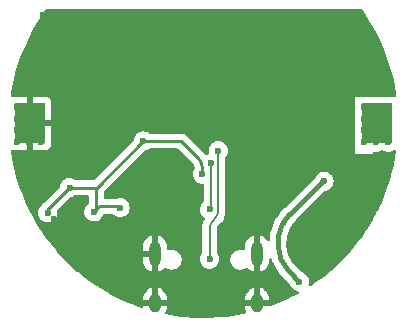
<source format=gbr>
%TF.GenerationSoftware,KiCad,Pcbnew,(6.0.4)*%
%TF.CreationDate,2023-03-17T17:22:40+08:00*%
%TF.ProjectId,ch573beacon,63683537-3362-4656-9163-6f6e2e6b6963,rev?*%
%TF.SameCoordinates,Original*%
%TF.FileFunction,Copper,L2,Bot*%
%TF.FilePolarity,Positive*%
%FSLAX46Y46*%
G04 Gerber Fmt 4.6, Leading zero omitted, Abs format (unit mm)*
G04 Created by KiCad (PCBNEW (6.0.4)) date 2023-03-17 17:22:40*
%MOMM*%
%LPD*%
G01*
G04 APERTURE LIST*
%TA.AperFunction,ComponentPad*%
%ADD10O,1.000000X2.100000*%
%TD*%
%TA.AperFunction,ComponentPad*%
%ADD11O,1.000000X1.600000*%
%TD*%
%TA.AperFunction,SMDPad,CuDef*%
%ADD12R,2.540000X3.510000*%
%TD*%
%TA.AperFunction,ViaPad*%
%ADD13C,0.600000*%
%TD*%
%TA.AperFunction,Conductor*%
%ADD14C,0.250000*%
%TD*%
%TA.AperFunction,Conductor*%
%ADD15C,0.400000*%
%TD*%
%TA.AperFunction,Conductor*%
%ADD16C,0.200000*%
%TD*%
G04 APERTURE END LIST*
D10*
%TO.P,J1,S1,SHIELD*%
%TO.N,GND*%
X116480000Y-137230000D03*
D11*
X125120000Y-141410000D03*
D10*
X125120000Y-137230000D03*
D11*
X116480000Y-141410000D03*
%TD*%
D12*
%TO.P,BT1,1,+*%
%TO.N,BAT*%
X135280000Y-126200000D03*
%TO.P,BT1,2,-*%
%TO.N,GND*%
X105920000Y-126200000D03*
%TD*%
D13*
%TO.N,BAT*%
X134200000Y-124800000D03*
X136200000Y-126800000D03*
X134200000Y-125800000D03*
X134200000Y-127800000D03*
X135200000Y-126800000D03*
X135200000Y-127800000D03*
X135200000Y-125800000D03*
X136200000Y-127800000D03*
X134200000Y-126800000D03*
X136200000Y-125800000D03*
X135200000Y-124800000D03*
X136200000Y-124800000D03*
%TO.N,GND*%
X104800000Y-127800000D03*
X105800000Y-127800000D03*
X106800000Y-127800000D03*
X106800000Y-126800000D03*
X105800000Y-126800000D03*
X104800000Y-126800000D03*
X104800000Y-125800000D03*
X105800000Y-125800000D03*
X106800000Y-125800000D03*
X106800000Y-124800000D03*
X105800000Y-124800000D03*
X104800000Y-124800000D03*
X106700000Y-118500000D03*
X109400000Y-118500000D03*
X111700000Y-118500000D03*
X114500000Y-118500000D03*
X117100000Y-118500000D03*
X119500000Y-118500000D03*
X133000000Y-118700000D03*
X130000000Y-118600000D03*
X127000000Y-118500000D03*
X135200000Y-132600000D03*
X126200000Y-131400000D03*
X121600000Y-125800000D03*
X120800000Y-125800000D03*
X120000000Y-125800000D03*
X120000000Y-125000000D03*
X120800000Y-125000000D03*
X121600000Y-125000000D03*
X121600000Y-124200000D03*
X120800000Y-124200000D03*
X120000000Y-124200000D03*
%TO.N,VCC*%
X113530000Y-133340000D03*
X111300000Y-133700000D03*
X115500000Y-127700000D03*
X120500000Y-130500000D03*
%TO.N,DIRECT*%
X130800000Y-131100000D03*
X128700000Y-139600000D03*
%TO.N,GND*%
X120600000Y-117000000D03*
X122500000Y-121500000D03*
X122500000Y-120000000D03*
X122500000Y-118500000D03*
X124500000Y-123000000D03*
X124500000Y-121500000D03*
X124500000Y-120000000D03*
X124500000Y-118500000D03*
X131500000Y-135320000D03*
X133000000Y-117000000D03*
X130000000Y-117000000D03*
X127000000Y-117000000D03*
X124500000Y-117000000D03*
X122500000Y-117000000D03*
X118500000Y-117000000D03*
X116000000Y-117000000D03*
X113500000Y-117000000D03*
X111000000Y-117000000D03*
X109000000Y-117000000D03*
X107000000Y-117000000D03*
%TO.N,D-*%
X121100000Y-137700000D03*
%TO.N,D+*%
X121100500Y-133500000D03*
X121200500Y-129600000D03*
%TO.N,D-*%
X121849488Y-128519520D03*
%TO.N,GND*%
X107971257Y-134330983D03*
X125300000Y-125450000D03*
%TO.N,VCC*%
X109244401Y-131644329D03*
X107385658Y-133786669D03*
%TD*%
D14*
%TO.N,VCC*%
X111500000Y-133500000D02*
X111500000Y-131700000D01*
X111500000Y-131700000D02*
X111555671Y-131644329D01*
X111300000Y-133700000D02*
X111500000Y-133500000D01*
X111555671Y-131644329D02*
X109244401Y-131644329D01*
X115500000Y-127700000D02*
X111555671Y-131644329D01*
X118700000Y-127700000D02*
X120146446Y-129146446D01*
X115500000Y-127700000D02*
X118700000Y-127700000D01*
X120500000Y-130000000D02*
X120500000Y-130500000D01*
X120500001Y-130000000D02*
G75*
G03*
X120146445Y-129146447I-1207101J0D01*
G01*
D15*
%TO.N,DIRECT*%
X126899997Y-136350000D02*
G75*
G02*
X127925304Y-133874695I3500603J0D01*
G01*
X130664647Y-131135358D02*
G75*
G02*
X130750000Y-131100000I85353J-85342D01*
G01*
X127800002Y-138699998D02*
G75*
G02*
X126900000Y-136527207I2172798J2172798D01*
G01*
D14*
%TO.N,VCC*%
X111300015Y-133699959D02*
G75*
G03*
X111299974Y-133699903I-115J-41D01*
G01*
X107385644Y-133643398D02*
G75*
G02*
X107486965Y-133398820I345856J-2D01*
G01*
X111545005Y-133455005D02*
G75*
G02*
X112136482Y-133210000I591495J-591495D01*
G01*
X109240399Y-131645351D02*
G75*
G02*
X109242929Y-131644329I2501J-2549D01*
G01*
X113308076Y-133210010D02*
G75*
G02*
X113465000Y-133275000I24J-221890D01*
G01*
D16*
%TO.N,D-*%
X121100010Y-135018904D02*
G75*
G02*
X121307097Y-134518926I707090J4D01*
G01*
X121800007Y-128604001D02*
G75*
G02*
X121824744Y-128544264I84493J1D01*
G01*
X121657083Y-134168912D02*
G75*
G03*
X121800000Y-133823929I-344983J345012D01*
G01*
X121657097Y-134168926D02*
X121371292Y-134454731D01*
%TO.N,D+*%
X121249999Y-129684500D02*
G75*
G03*
X121225249Y-129624749I-84499J0D01*
G01*
X121175252Y-133425253D02*
G75*
G03*
X121249999Y-133244789I-180452J180453D01*
G01*
D14*
%TO.N,VCC*%
X109244401Y-131644329D02*
X109242929Y-131644329D01*
X107486965Y-133398820D02*
X109240416Y-131645369D01*
X107385658Y-133786669D02*
X107385658Y-133643398D01*
X111300000Y-133699964D02*
X111300000Y-133700000D01*
X113530000Y-133340000D02*
X113465000Y-133275000D01*
X112136482Y-133210000D02*
X113308076Y-133210000D01*
X111545000Y-133455000D02*
X111300000Y-133700000D01*
D15*
%TO.N,DIRECT*%
X128700000Y-139600000D02*
X127800000Y-138700000D01*
X126900000Y-136350000D02*
X126900000Y-136527207D01*
X127925304Y-133874695D02*
X130664644Y-131135355D01*
X130800000Y-131100000D02*
X130750000Y-131100000D01*
D16*
%TO.N,D+*%
X121100500Y-133500000D02*
X121175249Y-133425250D01*
X121249999Y-129684500D02*
X121249999Y-133244789D01*
X121225249Y-129624749D02*
X121200500Y-129600000D01*
%TO.N,D-*%
X121800000Y-128604001D02*
X121800000Y-133823929D01*
X121849488Y-128519520D02*
X121824744Y-128544264D01*
X121307097Y-134518926D02*
X121371292Y-134454731D01*
X121100000Y-135018904D02*
X121100000Y-137700000D01*
%TD*%
%TA.AperFunction,Conductor*%
%TO.N,GND*%
G36*
X133937347Y-116520115D02*
G01*
X133972442Y-116553844D01*
X134334606Y-117071068D01*
X134338013Y-117076197D01*
X134764142Y-117752879D01*
X134767295Y-117758167D01*
X135159882Y-118454895D01*
X135162765Y-118460318D01*
X135520838Y-119175374D01*
X135523460Y-119180945D01*
X135846184Y-119912657D01*
X135848530Y-119918350D01*
X136135115Y-120664932D01*
X136137180Y-120670732D01*
X136386951Y-121430412D01*
X136388731Y-121436306D01*
X136601102Y-122207316D01*
X136602582Y-122213248D01*
X136777042Y-122993737D01*
X136778237Y-122999777D01*
X136914350Y-123787787D01*
X136915250Y-123793877D01*
X136921447Y-123844346D01*
X136909896Y-123914397D01*
X136862306Y-123967082D01*
X136793788Y-123985675D01*
X136752157Y-123977684D01*
X136667718Y-123946029D01*
X136667712Y-123946027D01*
X136660316Y-123943255D01*
X136598134Y-123936500D01*
X133961866Y-123936500D01*
X133899684Y-123943255D01*
X133807845Y-123977684D01*
X133769705Y-123991982D01*
X133725475Y-124000000D01*
X133400000Y-124000000D01*
X133400000Y-124673561D01*
X133399006Y-124689353D01*
X133386463Y-124788640D01*
X133387151Y-124795653D01*
X133399399Y-124920572D01*
X133400000Y-124932867D01*
X133400000Y-125673561D01*
X133399006Y-125689353D01*
X133386463Y-125788640D01*
X133387151Y-125795653D01*
X133399399Y-125920572D01*
X133400000Y-125932867D01*
X133400000Y-126673561D01*
X133399006Y-126689353D01*
X133386463Y-126788640D01*
X133387151Y-126795653D01*
X133399399Y-126920572D01*
X133400000Y-126932867D01*
X133400000Y-127673561D01*
X133399006Y-127689353D01*
X133386463Y-127788640D01*
X133387151Y-127795653D01*
X133399399Y-127920572D01*
X133400000Y-127932867D01*
X133400000Y-128800000D01*
X134900000Y-128800000D01*
X134900000Y-128719611D01*
X134920002Y-128651490D01*
X134973658Y-128604997D01*
X135042665Y-128594718D01*
X135071439Y-128598557D01*
X135175980Y-128612507D01*
X135175984Y-128612507D01*
X135182961Y-128613438D01*
X135189972Y-128612800D01*
X135189976Y-128612800D01*
X135332459Y-128599832D01*
X135363600Y-128596998D01*
X135370302Y-128594820D01*
X135370304Y-128594820D01*
X135529409Y-128543124D01*
X135529412Y-128543123D01*
X135536108Y-128540947D01*
X135635700Y-128481578D01*
X135704455Y-128463878D01*
X135769209Y-128484374D01*
X135833159Y-128526222D01*
X135839763Y-128528678D01*
X135839765Y-128528679D01*
X135996558Y-128586990D01*
X135996560Y-128586990D01*
X136003168Y-128589448D01*
X136086995Y-128600633D01*
X136175980Y-128612507D01*
X136175984Y-128612507D01*
X136182961Y-128613438D01*
X136189972Y-128612800D01*
X136189976Y-128612800D01*
X136332459Y-128599832D01*
X136363600Y-128596998D01*
X136370302Y-128594820D01*
X136370304Y-128594820D01*
X136529409Y-128543124D01*
X136529412Y-128543123D01*
X136536108Y-128540947D01*
X136691912Y-128448069D01*
X136692308Y-128448733D01*
X136714857Y-128436299D01*
X136748547Y-128423669D01*
X136819354Y-128418486D01*
X136881723Y-128452407D01*
X136915852Y-128514662D01*
X136917360Y-128560492D01*
X136841708Y-129060720D01*
X136840639Y-129066784D01*
X136682571Y-129850712D01*
X136681208Y-129856713D01*
X136492977Y-130600598D01*
X136485033Y-130631991D01*
X136483379Y-130637913D01*
X136447550Y-130755106D01*
X136249570Y-131402667D01*
X136247627Y-131408509D01*
X135976731Y-132160951D01*
X135974504Y-132166691D01*
X135667189Y-132904967D01*
X135664685Y-132910592D01*
X135536361Y-133180843D01*
X135335617Y-133603610D01*
X135321660Y-133633003D01*
X135318890Y-133638486D01*
X135198238Y-133863502D01*
X134940990Y-134343266D01*
X134937949Y-134348620D01*
X134526066Y-135034109D01*
X134522769Y-135039304D01*
X134377078Y-135256934D01*
X134077898Y-135703844D01*
X134074349Y-135708875D01*
X133597545Y-136350892D01*
X133593754Y-136355744D01*
X133086164Y-136973695D01*
X133082141Y-136978356D01*
X132544954Y-137570790D01*
X132540708Y-137575248D01*
X131975248Y-138140708D01*
X131970790Y-138144954D01*
X131378356Y-138682141D01*
X131373695Y-138686164D01*
X130755744Y-139193754D01*
X130750892Y-139197545D01*
X130108875Y-139674349D01*
X130103844Y-139677898D01*
X129710420Y-139941273D01*
X129669532Y-139968645D01*
X129601798Y-139989919D01*
X129533315Y-139971196D01*
X129485825Y-139918420D01*
X129474408Y-139848347D01*
X129481651Y-139819198D01*
X129485554Y-139808924D01*
X129485556Y-139808917D01*
X129488055Y-139802338D01*
X129496266Y-139743913D01*
X129512748Y-139626639D01*
X129512748Y-139626636D01*
X129513299Y-139622717D01*
X129513616Y-139600000D01*
X129493397Y-139419745D01*
X129491080Y-139413091D01*
X129436064Y-139255106D01*
X129436062Y-139255103D01*
X129433745Y-139248448D01*
X129337626Y-139094624D01*
X129332664Y-139089627D01*
X129214778Y-138970915D01*
X129214774Y-138970912D01*
X129209815Y-138965918D01*
X129056666Y-138868727D01*
X128949908Y-138830712D01*
X128903078Y-138801108D01*
X128339851Y-138237881D01*
X128328984Y-138225490D01*
X128314547Y-138206675D01*
X128314546Y-138206674D01*
X128309922Y-138200648D01*
X128291791Y-138186122D01*
X128276624Y-138171751D01*
X128248883Y-138140708D01*
X128129028Y-138006591D01*
X128120219Y-137995544D01*
X127974986Y-137790856D01*
X127967469Y-137778893D01*
X127885847Y-137631210D01*
X127846061Y-137559223D01*
X127839932Y-137546496D01*
X127834977Y-137534534D01*
X127743883Y-137314613D01*
X127739222Y-137301292D01*
X127689215Y-137127716D01*
X127669738Y-137060109D01*
X127666594Y-137046334D01*
X127636635Y-136870010D01*
X127624551Y-136798893D01*
X127622970Y-136784857D01*
X127614461Y-136633343D01*
X127611001Y-136571735D01*
X127611881Y-136548233D01*
X127613665Y-136534679D01*
X127609261Y-136494789D01*
X127608500Y-136480962D01*
X127608500Y-136409331D01*
X127609757Y-136391577D01*
X127612966Y-136369030D01*
X127612966Y-136369029D01*
X127613547Y-136364947D01*
X127613704Y-136350000D01*
X127611286Y-136330019D01*
X127610525Y-136308703D01*
X127610957Y-136299924D01*
X127621639Y-136082501D01*
X127622850Y-136070202D01*
X127637556Y-135971067D01*
X127661239Y-135811410D01*
X127663650Y-135799285D01*
X127727221Y-135545499D01*
X127730810Y-135533667D01*
X127818949Y-135287334D01*
X127823681Y-135275910D01*
X127935540Y-135039404D01*
X127941369Y-135028499D01*
X128075873Y-134804094D01*
X128082743Y-134793813D01*
X128238586Y-134583683D01*
X128246430Y-134574124D01*
X128395788Y-134409334D01*
X128412442Y-134393990D01*
X128424656Y-134384618D01*
X128449752Y-134353293D01*
X128458991Y-134342978D01*
X130866849Y-131935120D01*
X130929161Y-131901094D01*
X130944525Y-131898734D01*
X130944564Y-131898730D01*
X130963600Y-131896998D01*
X130970302Y-131894820D01*
X130970304Y-131894820D01*
X131129409Y-131843124D01*
X131129412Y-131843123D01*
X131136108Y-131840947D01*
X131291912Y-131748069D01*
X131423266Y-131622982D01*
X131523643Y-131471902D01*
X131579347Y-131325261D01*
X131585555Y-131308920D01*
X131585556Y-131308918D01*
X131588055Y-131302338D01*
X131590834Y-131282567D01*
X131612748Y-131126639D01*
X131612748Y-131126636D01*
X131613299Y-131122717D01*
X131613616Y-131100000D01*
X131593397Y-130919745D01*
X131588567Y-130905876D01*
X131536064Y-130755106D01*
X131536062Y-130755103D01*
X131533745Y-130748448D01*
X131507253Y-130706051D01*
X131441359Y-130600598D01*
X131437626Y-130594624D01*
X131398768Y-130555494D01*
X131314778Y-130470915D01*
X131314774Y-130470912D01*
X131309815Y-130465918D01*
X131298697Y-130458862D01*
X131250538Y-130428300D01*
X131156666Y-130368727D01*
X131127463Y-130358328D01*
X130992425Y-130310243D01*
X130992420Y-130310242D01*
X130985790Y-130307881D01*
X130978802Y-130307048D01*
X130978799Y-130307047D01*
X130855698Y-130292368D01*
X130805680Y-130286404D01*
X130798677Y-130287140D01*
X130798676Y-130287140D01*
X130632288Y-130304628D01*
X130632286Y-130304629D01*
X130625288Y-130305364D01*
X130453579Y-130363818D01*
X130447575Y-130367512D01*
X130305095Y-130455166D01*
X130305092Y-130455168D01*
X130299088Y-130458862D01*
X130294053Y-130463793D01*
X130294050Y-130463795D01*
X130174525Y-130580843D01*
X130169493Y-130585771D01*
X130135885Y-130637921D01*
X130099272Y-130694733D01*
X130082456Y-130715573D01*
X127466277Y-133331752D01*
X127452835Y-133343417D01*
X127431320Y-133359571D01*
X127420640Y-133370029D01*
X127414021Y-133378471D01*
X127407773Y-133385838D01*
X127176252Y-133638498D01*
X127173173Y-133641858D01*
X127171497Y-133644043D01*
X127171493Y-133644047D01*
X126951095Y-133931273D01*
X126951087Y-133931285D01*
X126949423Y-133933453D01*
X126751940Y-134243439D01*
X126582225Y-134569458D01*
X126581176Y-134571991D01*
X126581173Y-134571997D01*
X126566278Y-134607957D01*
X126441570Y-134909027D01*
X126440744Y-134911647D01*
X126440741Y-134911655D01*
X126371547Y-135131111D01*
X126331046Y-135259564D01*
X126251494Y-135618399D01*
X126251136Y-135621119D01*
X126251135Y-135621124D01*
X126235598Y-135739138D01*
X126203519Y-135982802D01*
X126199949Y-136064575D01*
X126176995Y-136131758D01*
X126121363Y-136175867D01*
X126050715Y-136182896D01*
X125987482Y-136150614D01*
X125969122Y-136128809D01*
X125959750Y-136114704D01*
X125842603Y-135971067D01*
X125833959Y-135962363D01*
X125691144Y-135844216D01*
X125680973Y-135837356D01*
X125517924Y-135749196D01*
X125506619Y-135744444D01*
X125391308Y-135708750D01*
X125377205Y-135708544D01*
X125374000Y-135715299D01*
X125374000Y-138737924D01*
X125377973Y-138751455D01*
X125385768Y-138752575D01*
X125493521Y-138720862D01*
X125504889Y-138716269D01*
X125669154Y-138630393D01*
X125679415Y-138623679D01*
X125823873Y-138507532D01*
X125832632Y-138498954D01*
X125951778Y-138356961D01*
X125958708Y-138346841D01*
X126048002Y-138184415D01*
X126052834Y-138173142D01*
X126108880Y-137996462D01*
X126111430Y-137984468D01*
X126127607Y-137840239D01*
X126128000Y-137833215D01*
X126128000Y-137726434D01*
X126148002Y-137658313D01*
X126201658Y-137611820D01*
X126271932Y-137601716D01*
X126336512Y-137631210D01*
X126374168Y-137688545D01*
X126409304Y-137799981D01*
X126416157Y-137821717D01*
X126542515Y-138126772D01*
X126543784Y-138129210D01*
X126543786Y-138129214D01*
X126634459Y-138303393D01*
X126694980Y-138419653D01*
X126872391Y-138698132D01*
X126874060Y-138700307D01*
X127003293Y-138868727D01*
X127073397Y-138960089D01*
X127075248Y-138962109D01*
X127267798Y-139172241D01*
X127275659Y-139181709D01*
X127284877Y-139193985D01*
X127295335Y-139204665D01*
X127298577Y-139207207D01*
X127298578Y-139207208D01*
X127323452Y-139226712D01*
X127334799Y-139236770D01*
X127901532Y-139803503D01*
X127931995Y-139852825D01*
X127961418Y-139941273D01*
X128055380Y-140096424D01*
X128181382Y-140226902D01*
X128333159Y-140326222D01*
X128339763Y-140328678D01*
X128339765Y-140328679D01*
X128496558Y-140386990D01*
X128496560Y-140386990D01*
X128503168Y-140389448D01*
X128510151Y-140390380D01*
X128510156Y-140390381D01*
X128530754Y-140393129D01*
X128535058Y-140393703D01*
X128599935Y-140422538D01*
X128638923Y-140481871D01*
X128639645Y-140552864D01*
X128601870Y-140612977D01*
X128577935Y-140629640D01*
X128038486Y-140918890D01*
X128033016Y-140921654D01*
X127747566Y-141057195D01*
X127310592Y-141264685D01*
X127304967Y-141267189D01*
X126566691Y-141574504D01*
X126560951Y-141576731D01*
X126471847Y-141608811D01*
X126247852Y-141689454D01*
X126176987Y-141693710D01*
X126122662Y-141666128D01*
X126122135Y-141665671D01*
X126114452Y-141664000D01*
X124130115Y-141664000D01*
X124114876Y-141668475D01*
X124113671Y-141669865D01*
X124112000Y-141677548D01*
X124112000Y-141756657D01*
X124112301Y-141762805D01*
X124125812Y-141900603D01*
X124128195Y-141912638D01*
X124181767Y-142090076D01*
X124186443Y-142101421D01*
X124200299Y-142127481D01*
X124214618Y-142197018D01*
X124189070Y-142263259D01*
X124131764Y-142305171D01*
X124113956Y-142310146D01*
X123915465Y-142350169D01*
X123466784Y-142440639D01*
X123460720Y-142441708D01*
X122670022Y-142561289D01*
X122663914Y-142562061D01*
X122266102Y-142602470D01*
X121868273Y-142642880D01*
X121862169Y-142643350D01*
X121063544Y-142685203D01*
X121057412Y-142685375D01*
X120652091Y-142686790D01*
X120257701Y-142688166D01*
X120251545Y-142688037D01*
X119452677Y-142651761D01*
X119446535Y-142651332D01*
X119245832Y-142632360D01*
X118650355Y-142576071D01*
X118644272Y-142575346D01*
X117852721Y-142461282D01*
X117846666Y-142460257D01*
X117448194Y-142382802D01*
X117385141Y-142350169D01*
X117349741Y-142288628D01*
X117353231Y-142217717D01*
X117361822Y-142198416D01*
X117408002Y-142114415D01*
X117412834Y-142103142D01*
X117468880Y-141926462D01*
X117471430Y-141914468D01*
X117487607Y-141770239D01*
X117488000Y-141763215D01*
X117488000Y-141682115D01*
X117483525Y-141666876D01*
X117482135Y-141665671D01*
X117474452Y-141664000D01*
X115490115Y-141664000D01*
X115474876Y-141668475D01*
X115473671Y-141669865D01*
X115472000Y-141677548D01*
X115472000Y-141695489D01*
X115451998Y-141763610D01*
X115398342Y-141810103D01*
X115328068Y-141820207D01*
X115304148Y-141814335D01*
X114746563Y-141617978D01*
X114740807Y-141615792D01*
X114000376Y-141313628D01*
X113994734Y-141311163D01*
X113623138Y-141137885D01*
X115472000Y-141137885D01*
X115476475Y-141153124D01*
X115477865Y-141154329D01*
X115485548Y-141156000D01*
X116207885Y-141156000D01*
X116223124Y-141151525D01*
X116224329Y-141150135D01*
X116226000Y-141142452D01*
X116226000Y-141137885D01*
X116734000Y-141137885D01*
X116738475Y-141153124D01*
X116739865Y-141154329D01*
X116747548Y-141156000D01*
X117469885Y-141156000D01*
X117485124Y-141151525D01*
X117486329Y-141150135D01*
X117488000Y-141142452D01*
X117488000Y-141137885D01*
X124112000Y-141137885D01*
X124116475Y-141153124D01*
X124117865Y-141154329D01*
X124125548Y-141156000D01*
X124847885Y-141156000D01*
X124863124Y-141151525D01*
X124864329Y-141150135D01*
X124866000Y-141142452D01*
X124866000Y-141137885D01*
X125374000Y-141137885D01*
X125378475Y-141153124D01*
X125379865Y-141154329D01*
X125387548Y-141156000D01*
X126109885Y-141156000D01*
X126125124Y-141151525D01*
X126126329Y-141150135D01*
X126128000Y-141142452D01*
X126128000Y-141063343D01*
X126127699Y-141057195D01*
X126114188Y-140919397D01*
X126111805Y-140907362D01*
X126058233Y-140729924D01*
X126053559Y-140718584D01*
X125966540Y-140554923D01*
X125959751Y-140544706D01*
X125842603Y-140401067D01*
X125833959Y-140392363D01*
X125691144Y-140274216D01*
X125680973Y-140267356D01*
X125517924Y-140179196D01*
X125506619Y-140174444D01*
X125391308Y-140138750D01*
X125377205Y-140138544D01*
X125374000Y-140145299D01*
X125374000Y-141137885D01*
X124866000Y-141137885D01*
X124866000Y-140152076D01*
X124862027Y-140138545D01*
X124854232Y-140137425D01*
X124746479Y-140169138D01*
X124735111Y-140173731D01*
X124570846Y-140259607D01*
X124560585Y-140266321D01*
X124416127Y-140382468D01*
X124407368Y-140391046D01*
X124288222Y-140533039D01*
X124281292Y-140543159D01*
X124191998Y-140705585D01*
X124187166Y-140716858D01*
X124131120Y-140893538D01*
X124128570Y-140905532D01*
X124112393Y-141049761D01*
X124112000Y-141056785D01*
X124112000Y-141137885D01*
X117488000Y-141137885D01*
X117488000Y-141063343D01*
X117487699Y-141057195D01*
X117474188Y-140919397D01*
X117471805Y-140907362D01*
X117418233Y-140729924D01*
X117413559Y-140718584D01*
X117326540Y-140554923D01*
X117319751Y-140544706D01*
X117202603Y-140401067D01*
X117193959Y-140392363D01*
X117051144Y-140274216D01*
X117040973Y-140267356D01*
X116877924Y-140179196D01*
X116866619Y-140174444D01*
X116751308Y-140138750D01*
X116737205Y-140138544D01*
X116734000Y-140145299D01*
X116734000Y-141137885D01*
X116226000Y-141137885D01*
X116226000Y-140152076D01*
X116222027Y-140138545D01*
X116214232Y-140137425D01*
X116106479Y-140169138D01*
X116095111Y-140173731D01*
X115930846Y-140259607D01*
X115920585Y-140266321D01*
X115776127Y-140382468D01*
X115767368Y-140391046D01*
X115648222Y-140533039D01*
X115641292Y-140543159D01*
X115551998Y-140705585D01*
X115547166Y-140716858D01*
X115491120Y-140893538D01*
X115488570Y-140905532D01*
X115472393Y-141049761D01*
X115472000Y-141056785D01*
X115472000Y-141137885D01*
X113623138Y-141137885D01*
X113269954Y-140973193D01*
X113264439Y-140970455D01*
X112786723Y-140718584D01*
X112557029Y-140597480D01*
X112551675Y-140594487D01*
X111863333Y-140187402D01*
X111858112Y-140184140D01*
X111190471Y-139743913D01*
X111185415Y-139740399D01*
X110540074Y-139268080D01*
X110535230Y-139264349D01*
X109999733Y-138830712D01*
X109913741Y-138761077D01*
X109909052Y-138757087D01*
X109561208Y-138446079D01*
X109312869Y-138224038D01*
X109308403Y-138219843D01*
X108909687Y-137826657D01*
X115472000Y-137826657D01*
X115472301Y-137832805D01*
X115485812Y-137970603D01*
X115488195Y-137982638D01*
X115541767Y-138160076D01*
X115546441Y-138171416D01*
X115633460Y-138335077D01*
X115640249Y-138345294D01*
X115757397Y-138488933D01*
X115766041Y-138497637D01*
X115908856Y-138615784D01*
X115919027Y-138622644D01*
X116082076Y-138710804D01*
X116093381Y-138715556D01*
X116208692Y-138751250D01*
X116222795Y-138751456D01*
X116226000Y-138744701D01*
X116226000Y-138737924D01*
X116734000Y-138737924D01*
X116737973Y-138751455D01*
X116745768Y-138752575D01*
X116853521Y-138720862D01*
X116864889Y-138716269D01*
X117029154Y-138630393D01*
X117039415Y-138623679D01*
X117183873Y-138507532D01*
X117192632Y-138498954D01*
X117237000Y-138446079D01*
X117296110Y-138406752D01*
X117367098Y-138405626D01*
X117410048Y-138426972D01*
X117475678Y-138477150D01*
X117552130Y-138512800D01*
X117633631Y-138550805D01*
X117633634Y-138550806D01*
X117639808Y-138553685D01*
X117646456Y-138555171D01*
X117646459Y-138555172D01*
X117752421Y-138578857D01*
X117816543Y-138593190D01*
X117822088Y-138593500D01*
X117955244Y-138593500D01*
X118090037Y-138578857D01*
X118208190Y-138539094D01*
X118255204Y-138523272D01*
X118255206Y-138523271D01*
X118261675Y-138521094D01*
X118416905Y-138427823D01*
X118421862Y-138423135D01*
X118421865Y-138423133D01*
X118543527Y-138308082D01*
X118543529Y-138308080D01*
X118548485Y-138303393D01*
X118552317Y-138297755D01*
X118552320Y-138297751D01*
X118646442Y-138159255D01*
X118650277Y-138153612D01*
X118717530Y-137985466D01*
X118718644Y-137978738D01*
X118718645Y-137978734D01*
X118745993Y-137813539D01*
X118745993Y-137813536D01*
X118747108Y-137806802D01*
X118746273Y-137790856D01*
X118737987Y-137632766D01*
X118737630Y-137625953D01*
X118714304Y-137541266D01*
X118691352Y-137457941D01*
X118689539Y-137451359D01*
X118605078Y-137291164D01*
X118600673Y-137285951D01*
X118600670Y-137285947D01*
X118492594Y-137158057D01*
X118492590Y-137158053D01*
X118488187Y-137152843D01*
X118482762Y-137148695D01*
X118349743Y-137046994D01*
X118349739Y-137046991D01*
X118344322Y-137042850D01*
X118239186Y-136993825D01*
X118186369Y-136969195D01*
X118186366Y-136969194D01*
X118180192Y-136966315D01*
X118173544Y-136964829D01*
X118173541Y-136964828D01*
X118008494Y-136927936D01*
X118008495Y-136927936D01*
X118003457Y-136926810D01*
X117997912Y-136926500D01*
X117864756Y-136926500D01*
X117729963Y-136941143D01*
X117723499Y-136943318D01*
X117723496Y-136943319D01*
X117666645Y-136962452D01*
X117655167Y-136966315D01*
X117654189Y-136966644D01*
X117583247Y-136969414D01*
X117522068Y-136933391D01*
X117490077Y-136870010D01*
X117488000Y-136847225D01*
X117488000Y-136633343D01*
X117487699Y-136627195D01*
X117474188Y-136489397D01*
X117471805Y-136477362D01*
X117418233Y-136299924D01*
X117413559Y-136288584D01*
X117326540Y-136124923D01*
X117319751Y-136114706D01*
X117202603Y-135971067D01*
X117193959Y-135962363D01*
X117051144Y-135844216D01*
X117040973Y-135837356D01*
X116877924Y-135749196D01*
X116866619Y-135744444D01*
X116751308Y-135708750D01*
X116737205Y-135708544D01*
X116734000Y-135715299D01*
X116734000Y-138737924D01*
X116226000Y-138737924D01*
X116226000Y-137502115D01*
X116221525Y-137486876D01*
X116220135Y-137485671D01*
X116212452Y-137484000D01*
X115490115Y-137484000D01*
X115474876Y-137488475D01*
X115473671Y-137489865D01*
X115472000Y-137497548D01*
X115472000Y-137826657D01*
X108909687Y-137826657D01*
X108738976Y-137658313D01*
X108734711Y-137653896D01*
X108713851Y-137631210D01*
X108312389Y-137194624D01*
X108193423Y-137065249D01*
X108189367Y-137060617D01*
X108103774Y-136957885D01*
X115472000Y-136957885D01*
X115476475Y-136973124D01*
X115477865Y-136974329D01*
X115485548Y-136976000D01*
X116207885Y-136976000D01*
X116223124Y-136971525D01*
X116224329Y-136970135D01*
X116226000Y-136962452D01*
X116226000Y-135722076D01*
X116222027Y-135708545D01*
X116214232Y-135707425D01*
X116106479Y-135739138D01*
X116095111Y-135743731D01*
X115930846Y-135829607D01*
X115920585Y-135836321D01*
X115776127Y-135952468D01*
X115767368Y-135961046D01*
X115648222Y-136103039D01*
X115641292Y-136113159D01*
X115551998Y-136275585D01*
X115547166Y-136286858D01*
X115491120Y-136463538D01*
X115488570Y-136475532D01*
X115472393Y-136619761D01*
X115472000Y-136626785D01*
X115472000Y-136957885D01*
X108103774Y-136957885D01*
X107677458Y-136446204D01*
X107673634Y-136441379D01*
X107192357Y-135802703D01*
X107188785Y-135797714D01*
X106739262Y-135136260D01*
X106735944Y-135131111D01*
X106696841Y-135067049D01*
X106413542Y-134602932D01*
X106319297Y-134448534D01*
X106316218Y-134443202D01*
X105952071Y-133775309D01*
X106572121Y-133775309D01*
X106589821Y-133955829D01*
X106647076Y-134127942D01*
X106650723Y-134133964D01*
X106650724Y-134133966D01*
X106710356Y-134232430D01*
X106741038Y-134283093D01*
X106745927Y-134288156D01*
X106745928Y-134288157D01*
X106761015Y-134303780D01*
X106867040Y-134413571D01*
X106891963Y-134429880D01*
X106991202Y-134494820D01*
X107018817Y-134512891D01*
X107025421Y-134515347D01*
X107025423Y-134515348D01*
X107182216Y-134573659D01*
X107182218Y-134573659D01*
X107188826Y-134576117D01*
X107272653Y-134587302D01*
X107361638Y-134599176D01*
X107361642Y-134599176D01*
X107368619Y-134600107D01*
X107375630Y-134599469D01*
X107375634Y-134599469D01*
X107518117Y-134586501D01*
X107549258Y-134583667D01*
X107555960Y-134581489D01*
X107555962Y-134581489D01*
X107715067Y-134529793D01*
X107715070Y-134529792D01*
X107721766Y-134527616D01*
X107863372Y-134443202D01*
X107871518Y-134438346D01*
X107871520Y-134438345D01*
X107877570Y-134434738D01*
X108008924Y-134309651D01*
X108109301Y-134158571D01*
X108153859Y-134041273D01*
X108171213Y-133995589D01*
X108171214Y-133995587D01*
X108173713Y-133989007D01*
X108174693Y-133982035D01*
X108198406Y-133813308D01*
X108198406Y-133813305D01*
X108198957Y-133809386D01*
X108199274Y-133786669D01*
X108185433Y-133663275D01*
X108197717Y-133593351D01*
X108221553Y-133560136D01*
X109301338Y-132480351D01*
X109363650Y-132446325D01*
X109379013Y-132443965D01*
X109408001Y-132441327D01*
X109414703Y-132439149D01*
X109414705Y-132439149D01*
X109573810Y-132387453D01*
X109573813Y-132387452D01*
X109580509Y-132385276D01*
X109730941Y-132295600D01*
X109795459Y-132277829D01*
X110740500Y-132277829D01*
X110808621Y-132297831D01*
X110855114Y-132351487D01*
X110866500Y-132403829D01*
X110866500Y-132946971D01*
X110846498Y-133015092D01*
X110810383Y-133050502D01*
X110810641Y-133050832D01*
X110807711Y-133053121D01*
X110806518Y-133054291D01*
X110799088Y-133058862D01*
X110732254Y-133124311D01*
X110688923Y-133166744D01*
X110669493Y-133185771D01*
X110571235Y-133338238D01*
X110568826Y-133344858D01*
X110568824Y-133344861D01*
X110539690Y-133424907D01*
X110509197Y-133508685D01*
X110486463Y-133688640D01*
X110504163Y-133869160D01*
X110561418Y-134041273D01*
X110565065Y-134047295D01*
X110565066Y-134047297D01*
X110635628Y-134163809D01*
X110655380Y-134196424D01*
X110781382Y-134326902D01*
X110831530Y-134359718D01*
X110906082Y-134408503D01*
X110933159Y-134426222D01*
X110939763Y-134428678D01*
X110939765Y-134428679D01*
X111096558Y-134486990D01*
X111096560Y-134486990D01*
X111103168Y-134489448D01*
X111186995Y-134500633D01*
X111275980Y-134512507D01*
X111275984Y-134512507D01*
X111282961Y-134513438D01*
X111289972Y-134512800D01*
X111289976Y-134512800D01*
X111432459Y-134499832D01*
X111463600Y-134496998D01*
X111470302Y-134494820D01*
X111470304Y-134494820D01*
X111629409Y-134443124D01*
X111629412Y-134443123D01*
X111636108Y-134440947D01*
X111791912Y-134348069D01*
X111923266Y-134222982D01*
X112023643Y-134071902D01*
X112079539Y-133924756D01*
X112122428Y-133868178D01*
X112189097Y-133843769D01*
X112197327Y-133843500D01*
X112838730Y-133843500D01*
X112906851Y-133863502D01*
X112929363Y-133881969D01*
X113011382Y-133966902D01*
X113063223Y-134000826D01*
X113134239Y-134047297D01*
X113163159Y-134066222D01*
X113169763Y-134068678D01*
X113169765Y-134068679D01*
X113326558Y-134126990D01*
X113326560Y-134126990D01*
X113333168Y-134129448D01*
X113416995Y-134140633D01*
X113505980Y-134152507D01*
X113505984Y-134152507D01*
X113512961Y-134153438D01*
X113519972Y-134152800D01*
X113519976Y-134152800D01*
X113662459Y-134139832D01*
X113693600Y-134136998D01*
X113700302Y-134134820D01*
X113700304Y-134134820D01*
X113859409Y-134083124D01*
X113859412Y-134083123D01*
X113866108Y-134080947D01*
X113962513Y-134023478D01*
X114015860Y-133991677D01*
X114015862Y-133991676D01*
X114021912Y-133988069D01*
X114153266Y-133862982D01*
X114253643Y-133711902D01*
X114318055Y-133542338D01*
X114340050Y-133385838D01*
X114342748Y-133366639D01*
X114342748Y-133366636D01*
X114343299Y-133362717D01*
X114343616Y-133340000D01*
X114323397Y-133159745D01*
X114317335Y-133142338D01*
X114266064Y-132995106D01*
X114266062Y-132995103D01*
X114263745Y-132988448D01*
X114209866Y-132902223D01*
X114171359Y-132840598D01*
X114167626Y-132834624D01*
X114099142Y-132765660D01*
X114044778Y-132710915D01*
X114044774Y-132710912D01*
X114039815Y-132705918D01*
X113886666Y-132608727D01*
X113857463Y-132598328D01*
X113722425Y-132550243D01*
X113722420Y-132550242D01*
X113715790Y-132547881D01*
X113708802Y-132547048D01*
X113708799Y-132547047D01*
X113585698Y-132532368D01*
X113535680Y-132526404D01*
X113528677Y-132527140D01*
X113528676Y-132527140D01*
X113362288Y-132544628D01*
X113362286Y-132544629D01*
X113355288Y-132545364D01*
X113283572Y-132569778D01*
X113242967Y-132576500D01*
X112259500Y-132576500D01*
X112191379Y-132556498D01*
X112144886Y-132502842D01*
X112133500Y-132450500D01*
X112133500Y-132014594D01*
X112153502Y-131946473D01*
X112170405Y-131925499D01*
X115560177Y-128535727D01*
X115622489Y-128501701D01*
X115637837Y-128499343D01*
X115663600Y-128496998D01*
X115670302Y-128494820D01*
X115670304Y-128494820D01*
X115829409Y-128443124D01*
X115829412Y-128443123D01*
X115836108Y-128440947D01*
X115986540Y-128351271D01*
X116051058Y-128333500D01*
X118385406Y-128333500D01*
X118453527Y-128353502D01*
X118474501Y-128370405D01*
X119663125Y-129559029D01*
X119673992Y-129571420D01*
X119685879Y-129586912D01*
X119685881Y-129586914D01*
X119690505Y-129592940D01*
X119700059Y-129600594D01*
X119718676Y-129618991D01*
X119756234Y-129664755D01*
X119761958Y-129671730D01*
X119775680Y-129692266D01*
X119816987Y-129769545D01*
X119826439Y-129792366D01*
X119851877Y-129876223D01*
X119856696Y-129900449D01*
X119861378Y-129947986D01*
X119848150Y-130017739D01*
X119841897Y-130028591D01*
X119771235Y-130138238D01*
X119709197Y-130308685D01*
X119686463Y-130488640D01*
X119704163Y-130669160D01*
X119761418Y-130841273D01*
X119765065Y-130847295D01*
X119765066Y-130847297D01*
X119841754Y-130973924D01*
X119855380Y-130996424D01*
X119860269Y-131001487D01*
X119860270Y-131001488D01*
X119868729Y-131010247D01*
X119981382Y-131126902D01*
X120133159Y-131226222D01*
X120139763Y-131228678D01*
X120139765Y-131228679D01*
X120296558Y-131286990D01*
X120296560Y-131286990D01*
X120303168Y-131289448D01*
X120374823Y-131299009D01*
X120475980Y-131312507D01*
X120475984Y-131312507D01*
X120482961Y-131313438D01*
X120489972Y-131312800D01*
X120489976Y-131312800D01*
X120504079Y-131311516D01*
X120573732Y-131325261D01*
X120624897Y-131374482D01*
X120641499Y-131436997D01*
X120641499Y-132765660D01*
X120621497Y-132833781D01*
X120599089Y-132858352D01*
X120599588Y-132858862D01*
X120475865Y-132980021D01*
X120469993Y-132985771D01*
X120371735Y-133138238D01*
X120369326Y-133144858D01*
X120369324Y-133144861D01*
X120356228Y-133180843D01*
X120309697Y-133308685D01*
X120286963Y-133488640D01*
X120304663Y-133669160D01*
X120361918Y-133841273D01*
X120365565Y-133847295D01*
X120365566Y-133847297D01*
X120447166Y-133982035D01*
X120455880Y-133996424D01*
X120581882Y-134126902D01*
X120587774Y-134130757D01*
X120587778Y-134130761D01*
X120641714Y-134166055D01*
X120687763Y-134220092D01*
X120697286Y-134290447D01*
X120677489Y-134341484D01*
X120667599Y-134356286D01*
X120667592Y-134356298D01*
X120665307Y-134359718D01*
X120589036Y-134514386D01*
X120587711Y-134518291D01*
X120587708Y-134518297D01*
X120552377Y-134622385D01*
X120533606Y-134677687D01*
X120499965Y-134846825D01*
X120492211Y-134965145D01*
X120491374Y-134977909D01*
X120490566Y-134986114D01*
X120486249Y-135018907D01*
X120487327Y-135027095D01*
X120490422Y-135050602D01*
X120491500Y-135067049D01*
X120491500Y-137115164D01*
X120471498Y-137183285D01*
X120470188Y-137185090D01*
X120469493Y-137185771D01*
X120467894Y-137188253D01*
X120467892Y-137188255D01*
X120404934Y-137285947D01*
X120371235Y-137338238D01*
X120368826Y-137344858D01*
X120368824Y-137344861D01*
X120311606Y-137502066D01*
X120309197Y-137508685D01*
X120286463Y-137688640D01*
X120304163Y-137869160D01*
X120361418Y-138041273D01*
X120365065Y-138047295D01*
X120365066Y-138047297D01*
X120445172Y-138179568D01*
X120455380Y-138196424D01*
X120460269Y-138201487D01*
X120460270Y-138201488D01*
X120480846Y-138222795D01*
X120581382Y-138326902D01*
X120587278Y-138330760D01*
X120726666Y-138421973D01*
X120733159Y-138426222D01*
X120739763Y-138428678D01*
X120739765Y-138428679D01*
X120896558Y-138486990D01*
X120896560Y-138486990D01*
X120903168Y-138489448D01*
X120974411Y-138498954D01*
X121075980Y-138512507D01*
X121075984Y-138512507D01*
X121082961Y-138513438D01*
X121089972Y-138512800D01*
X121089976Y-138512800D01*
X121242108Y-138498954D01*
X121263600Y-138496998D01*
X121270302Y-138494820D01*
X121270304Y-138494820D01*
X121429409Y-138443124D01*
X121429412Y-138443123D01*
X121436108Y-138440947D01*
X121559892Y-138367157D01*
X121585860Y-138351677D01*
X121585862Y-138351676D01*
X121591912Y-138348069D01*
X121723266Y-138222982D01*
X121823643Y-138071902D01*
X121888055Y-137902338D01*
X121890178Y-137887234D01*
X121912748Y-137726639D01*
X121912748Y-137726636D01*
X121913299Y-137722717D01*
X121913432Y-137713198D01*
X122852892Y-137713198D01*
X122853249Y-137720015D01*
X122853249Y-137720019D01*
X122858579Y-137821717D01*
X122862370Y-137894047D01*
X122864181Y-137900620D01*
X122864181Y-137900623D01*
X122886772Y-137982638D01*
X122910461Y-138068641D01*
X122994922Y-138228836D01*
X122999327Y-138234049D01*
X122999330Y-138234053D01*
X123107406Y-138361943D01*
X123107410Y-138361947D01*
X123111813Y-138367157D01*
X123117237Y-138371304D01*
X123117238Y-138371305D01*
X123250257Y-138473006D01*
X123250261Y-138473009D01*
X123255678Y-138477150D01*
X123332130Y-138512800D01*
X123413631Y-138550805D01*
X123413634Y-138550806D01*
X123419808Y-138553685D01*
X123426456Y-138555171D01*
X123426459Y-138555172D01*
X123532421Y-138578857D01*
X123596543Y-138593190D01*
X123602088Y-138593500D01*
X123735244Y-138593500D01*
X123870037Y-138578857D01*
X123988190Y-138539094D01*
X124035204Y-138523272D01*
X124035206Y-138523271D01*
X124041675Y-138521094D01*
X124193651Y-138429778D01*
X124193654Y-138429777D01*
X124196905Y-138427823D01*
X124197255Y-138428406D01*
X124258917Y-138404935D01*
X124328391Y-138419561D01*
X124366391Y-138450915D01*
X124397397Y-138488933D01*
X124406041Y-138497637D01*
X124548856Y-138615784D01*
X124559027Y-138622644D01*
X124722076Y-138710804D01*
X124733381Y-138715556D01*
X124848692Y-138751250D01*
X124862795Y-138751456D01*
X124866000Y-138744701D01*
X124866000Y-135722076D01*
X124862027Y-135708545D01*
X124854232Y-135707425D01*
X124746479Y-135739138D01*
X124735111Y-135743731D01*
X124570846Y-135829607D01*
X124560585Y-135836321D01*
X124416127Y-135952468D01*
X124407368Y-135961046D01*
X124288222Y-136103039D01*
X124281292Y-136113159D01*
X124191998Y-136275585D01*
X124187166Y-136286858D01*
X124131120Y-136463538D01*
X124128570Y-136475532D01*
X124112393Y-136619761D01*
X124112000Y-136626785D01*
X124112000Y-136842974D01*
X124091998Y-136911095D01*
X124038342Y-136957588D01*
X123968068Y-136967692D01*
X123958514Y-136965939D01*
X123788506Y-136927938D01*
X123788499Y-136927937D01*
X123783457Y-136926810D01*
X123777912Y-136926500D01*
X123644756Y-136926500D01*
X123509963Y-136941143D01*
X123406157Y-136976078D01*
X123344796Y-136996728D01*
X123344794Y-136996729D01*
X123338325Y-136998906D01*
X123183095Y-137092177D01*
X123178138Y-137096865D01*
X123178135Y-137096867D01*
X123056473Y-137211918D01*
X123051515Y-137216607D01*
X123047683Y-137222245D01*
X123047680Y-137222249D01*
X122996740Y-137297205D01*
X122949723Y-137366388D01*
X122882470Y-137534534D01*
X122881356Y-137541262D01*
X122881355Y-137541266D01*
X122855729Y-137696062D01*
X122852892Y-137713198D01*
X121913432Y-137713198D01*
X121913616Y-137700000D01*
X121893397Y-137519745D01*
X121891080Y-137513091D01*
X121836064Y-137355106D01*
X121836062Y-137355103D01*
X121833745Y-137348448D01*
X121737626Y-137194624D01*
X121735215Y-137192196D01*
X121709117Y-137127716D01*
X121708500Y-137115263D01*
X121708500Y-135067045D01*
X121709578Y-135050599D01*
X121713751Y-135018901D01*
X121716414Y-135019252D01*
X121732675Y-134963870D01*
X121741355Y-134953099D01*
X121741097Y-134952901D01*
X121760556Y-134927540D01*
X121771426Y-134915146D01*
X122053316Y-134633256D01*
X122065701Y-134622394D01*
X122091066Y-134602932D01*
X122110880Y-134577111D01*
X122115008Y-134572015D01*
X122201819Y-134470381D01*
X122254381Y-134384618D01*
X122289405Y-134327470D01*
X122289406Y-134327468D01*
X122291996Y-134323242D01*
X122295614Y-134314510D01*
X122356148Y-134168388D01*
X122358045Y-134163809D01*
X122365981Y-134130761D01*
X122397183Y-134000826D01*
X122397184Y-134000821D01*
X122398340Y-133996006D01*
X122408864Y-133862391D01*
X122409553Y-133855838D01*
X122412673Y-133832153D01*
X122412673Y-133832150D01*
X122413751Y-133823965D01*
X122409577Y-133792246D01*
X122408500Y-133775807D01*
X122408500Y-129157694D01*
X122428502Y-129089573D01*
X122447608Y-129066448D01*
X122453623Y-129060720D01*
X122472754Y-129042502D01*
X122573131Y-128891422D01*
X122624326Y-128756652D01*
X122635043Y-128728440D01*
X122635044Y-128728438D01*
X122637543Y-128721858D01*
X122639483Y-128708053D01*
X122662236Y-128546159D01*
X122662236Y-128546156D01*
X122662787Y-128542237D01*
X122662976Y-128528679D01*
X122663049Y-128523482D01*
X122663049Y-128523477D01*
X122663104Y-128519520D01*
X122642885Y-128339265D01*
X122640568Y-128332611D01*
X122585552Y-128174626D01*
X122585550Y-128174623D01*
X122583233Y-128167968D01*
X122523645Y-128072606D01*
X122490847Y-128020118D01*
X122487114Y-128014144D01*
X122482152Y-128009147D01*
X122364266Y-127890435D01*
X122364262Y-127890432D01*
X122359303Y-127885438D01*
X122348185Y-127878382D01*
X122300026Y-127847820D01*
X122206154Y-127788247D01*
X122176951Y-127777848D01*
X122041913Y-127729763D01*
X122041908Y-127729762D01*
X122035278Y-127727401D01*
X122028290Y-127726568D01*
X122028287Y-127726567D01*
X121905186Y-127711888D01*
X121855168Y-127705924D01*
X121848165Y-127706660D01*
X121848164Y-127706660D01*
X121681776Y-127724148D01*
X121681774Y-127724149D01*
X121674776Y-127724884D01*
X121503067Y-127783338D01*
X121440597Y-127821770D01*
X121354583Y-127874686D01*
X121354580Y-127874688D01*
X121348576Y-127878382D01*
X121343541Y-127883313D01*
X121343538Y-127883315D01*
X121224719Y-127999672D01*
X121218981Y-128005291D01*
X121120723Y-128157758D01*
X121118314Y-128164378D01*
X121118312Y-128164381D01*
X121062304Y-128318261D01*
X121058685Y-128328205D01*
X121035951Y-128508160D01*
X121051947Y-128671305D01*
X121053651Y-128688680D01*
X121051635Y-128688878D01*
X121046983Y-128749769D01*
X121004161Y-128806397D01*
X120969748Y-128824441D01*
X120854079Y-128863818D01*
X120853454Y-128861981D01*
X120792822Y-128871408D01*
X120727908Y-128842656D01*
X120714592Y-128829571D01*
X120655771Y-128762499D01*
X120654368Y-128760798D01*
X120650988Y-128755084D01*
X120639931Y-128744027D01*
X120634295Y-128738010D01*
X120621569Y-128723499D01*
X120615542Y-128716076D01*
X120609518Y-128708053D01*
X120609511Y-128708045D01*
X120607037Y-128704750D01*
X120597686Y-128695202D01*
X120573184Y-128675990D01*
X120561835Y-128665931D01*
X119203652Y-127307747D01*
X119196112Y-127299461D01*
X119192000Y-127292982D01*
X119142348Y-127246356D01*
X119139507Y-127243602D01*
X119119770Y-127223865D01*
X119116573Y-127221385D01*
X119107551Y-127213680D01*
X119081100Y-127188841D01*
X119075321Y-127183414D01*
X119068375Y-127179595D01*
X119068372Y-127179593D01*
X119057566Y-127173652D01*
X119041047Y-127162801D01*
X119040583Y-127162441D01*
X119025041Y-127150386D01*
X119017772Y-127147241D01*
X119017768Y-127147238D01*
X118984463Y-127132826D01*
X118973813Y-127127609D01*
X118935060Y-127106305D01*
X118915437Y-127101267D01*
X118896734Y-127094863D01*
X118885420Y-127089967D01*
X118885419Y-127089967D01*
X118878145Y-127086819D01*
X118870322Y-127085580D01*
X118870312Y-127085577D01*
X118834476Y-127079901D01*
X118822856Y-127077495D01*
X118787711Y-127068472D01*
X118787710Y-127068472D01*
X118780030Y-127066500D01*
X118759776Y-127066500D01*
X118740065Y-127064949D01*
X118727886Y-127063020D01*
X118720057Y-127061780D01*
X118712165Y-127062526D01*
X118676039Y-127065941D01*
X118664181Y-127066500D01*
X116047338Y-127066500D01*
X115979824Y-127046885D01*
X115946583Y-127025790D01*
X115856666Y-126968727D01*
X115827463Y-126958328D01*
X115692425Y-126910243D01*
X115692420Y-126910242D01*
X115685790Y-126907881D01*
X115678802Y-126907048D01*
X115678799Y-126907047D01*
X115555698Y-126892368D01*
X115505680Y-126886404D01*
X115498677Y-126887140D01*
X115498676Y-126887140D01*
X115332288Y-126904628D01*
X115332286Y-126904629D01*
X115325288Y-126905364D01*
X115153579Y-126963818D01*
X115147575Y-126967512D01*
X115005095Y-127055166D01*
X115005092Y-127055168D01*
X114999088Y-127058862D01*
X114994053Y-127063793D01*
X114994050Y-127063795D01*
X114874525Y-127180843D01*
X114869493Y-127185771D01*
X114771235Y-127338238D01*
X114709197Y-127508685D01*
X114702137Y-127564569D01*
X114673757Y-127629642D01*
X114666227Y-127637869D01*
X111330171Y-130973924D01*
X111267859Y-131007950D01*
X111241076Y-131010829D01*
X109791739Y-131010829D01*
X109724225Y-130991214D01*
X109690984Y-130970119D01*
X109601067Y-130913056D01*
X109571864Y-130902657D01*
X109436826Y-130854572D01*
X109436821Y-130854571D01*
X109430191Y-130852210D01*
X109423203Y-130851377D01*
X109423200Y-130851376D01*
X109282426Y-130834590D01*
X109250081Y-130830733D01*
X109243078Y-130831469D01*
X109243077Y-130831469D01*
X109076689Y-130848957D01*
X109076687Y-130848958D01*
X109069689Y-130849693D01*
X108897980Y-130908147D01*
X108891976Y-130911841D01*
X108749496Y-130999495D01*
X108749493Y-130999497D01*
X108743489Y-131003191D01*
X108738454Y-131008122D01*
X108738451Y-131008124D01*
X108735689Y-131010829D01*
X108613894Y-131130100D01*
X108515636Y-131282567D01*
X108513227Y-131289187D01*
X108513225Y-131289190D01*
X108459428Y-131436997D01*
X108453598Y-131453014D01*
X108446964Y-131505526D01*
X108418584Y-131570599D01*
X108411054Y-131578826D01*
X107077216Y-132912664D01*
X107063771Y-132924331D01*
X107045314Y-132938186D01*
X107035764Y-132947536D01*
X107033221Y-132950779D01*
X107012766Y-132976861D01*
X107008341Y-132980021D01*
X107009385Y-132980913D01*
X106939995Y-133062143D01*
X106939990Y-133062150D01*
X106936778Y-133065910D01*
X106934189Y-133070135D01*
X106900973Y-133124330D01*
X106881707Y-133148507D01*
X106755151Y-133272440D01*
X106656893Y-133424907D01*
X106654484Y-133431527D01*
X106654482Y-133431530D01*
X106607673Y-133560136D01*
X106594855Y-133595354D01*
X106572121Y-133775309D01*
X105952071Y-133775309D01*
X105933400Y-133741064D01*
X105930586Y-133735588D01*
X105582538Y-133015615D01*
X105579994Y-133010008D01*
X105267519Y-132273863D01*
X105265253Y-132268139D01*
X105073904Y-131748069D01*
X104989115Y-131517619D01*
X104987132Y-131511794D01*
X104985167Y-131505522D01*
X104747991Y-130748692D01*
X104746294Y-130742775D01*
X104544713Y-129968894D01*
X104543307Y-129962899D01*
X104379775Y-129180113D01*
X104378663Y-129174058D01*
X104281459Y-128560335D01*
X104290559Y-128489924D01*
X104336281Y-128435610D01*
X104404109Y-128414637D01*
X104450137Y-128422642D01*
X104532391Y-128453478D01*
X104547649Y-128457105D01*
X104598514Y-128462631D01*
X104605328Y-128463000D01*
X105647885Y-128463000D01*
X105663124Y-128458525D01*
X105664329Y-128457135D01*
X105666000Y-128449452D01*
X105666000Y-128444884D01*
X106174000Y-128444884D01*
X106178475Y-128460123D01*
X106179865Y-128461328D01*
X106187548Y-128462999D01*
X107234669Y-128462999D01*
X107241490Y-128462629D01*
X107292352Y-128457105D01*
X107307604Y-128453479D01*
X107428054Y-128408324D01*
X107443649Y-128399786D01*
X107545724Y-128323285D01*
X107558285Y-128310724D01*
X107634786Y-128208649D01*
X107643324Y-128193054D01*
X107688478Y-128072606D01*
X107692105Y-128057351D01*
X107697631Y-128006486D01*
X107698000Y-127999672D01*
X107698000Y-126472115D01*
X107693525Y-126456876D01*
X107692135Y-126455671D01*
X107684452Y-126454000D01*
X106192115Y-126454000D01*
X106176876Y-126458475D01*
X106175671Y-126459865D01*
X106174000Y-126467548D01*
X106174000Y-128444884D01*
X105666000Y-128444884D01*
X105666000Y-125927885D01*
X106174000Y-125927885D01*
X106178475Y-125943124D01*
X106179865Y-125944329D01*
X106187548Y-125946000D01*
X107679884Y-125946000D01*
X107695123Y-125941525D01*
X107696328Y-125940135D01*
X107697999Y-125932452D01*
X107697999Y-124400331D01*
X107697629Y-124393510D01*
X107692105Y-124342648D01*
X107688479Y-124327396D01*
X107643324Y-124206946D01*
X107634786Y-124191351D01*
X107558285Y-124089276D01*
X107545724Y-124076715D01*
X107443649Y-124000214D01*
X107428054Y-123991676D01*
X107307606Y-123946522D01*
X107292351Y-123942895D01*
X107241486Y-123937369D01*
X107234672Y-123937000D01*
X106192115Y-123937000D01*
X106176876Y-123941475D01*
X106175671Y-123942865D01*
X106174000Y-123950548D01*
X106174000Y-125927885D01*
X105666000Y-125927885D01*
X105666000Y-123955116D01*
X105661525Y-123939877D01*
X105660135Y-123938672D01*
X105652452Y-123937001D01*
X104605331Y-123937001D01*
X104598510Y-123937371D01*
X104547648Y-123942895D01*
X104532397Y-123946521D01*
X104451255Y-123976940D01*
X104380448Y-123982123D01*
X104318079Y-123948203D01*
X104283950Y-123885947D01*
X104282191Y-123841858D01*
X104319933Y-123566331D01*
X104320917Y-123560253D01*
X104468025Y-122774190D01*
X104469305Y-122768168D01*
X104654635Y-121990234D01*
X104656208Y-121984281D01*
X104734965Y-121713199D01*
X104879319Y-121216328D01*
X104881180Y-121210462D01*
X105141538Y-120454330D01*
X105143684Y-120448560D01*
X105440662Y-119706058D01*
X105443087Y-119700399D01*
X105775991Y-118973275D01*
X105778690Y-118967741D01*
X106146715Y-118257751D01*
X106149681Y-118252356D01*
X106551948Y-117561190D01*
X106555175Y-117555945D01*
X106990718Y-116885268D01*
X106994196Y-116880188D01*
X107040734Y-116815661D01*
X107230043Y-116553178D01*
X107286113Y-116509629D01*
X107332231Y-116500884D01*
X112137123Y-116500745D01*
X133869225Y-116500115D01*
X133937347Y-116520115D01*
G37*
%TD.AperFunction*%
%TD*%
M02*

</source>
